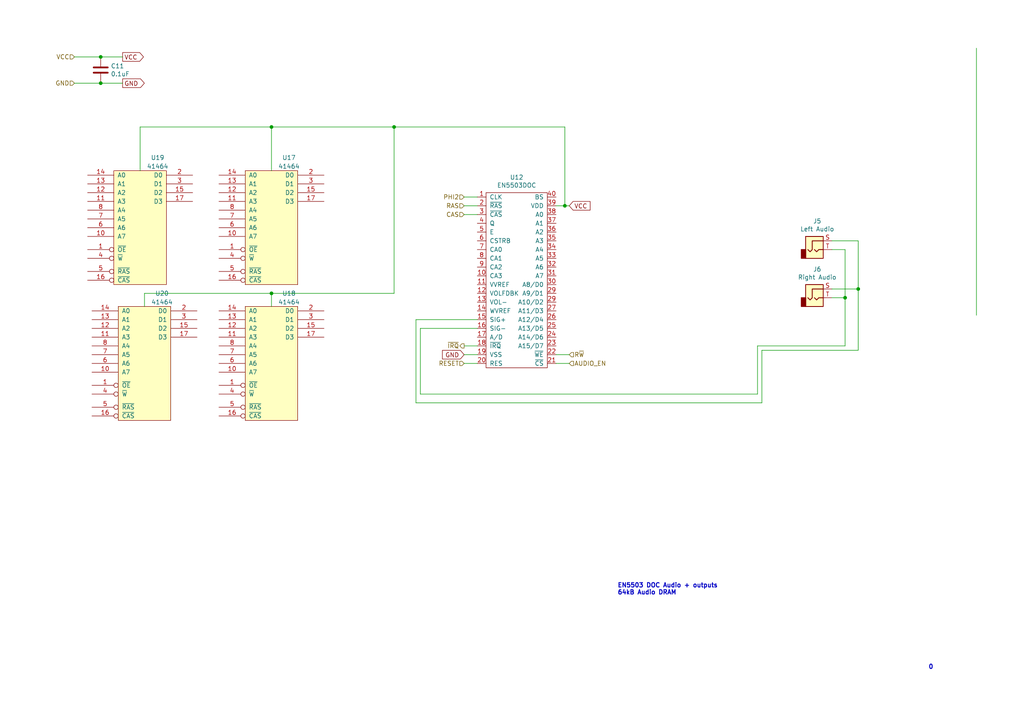
<source format=kicad_sch>
(kicad_sch (version 20231120) (generator "eeschema") (generator_version "8.0")
  (paper "A4")
  (lib_symbols
    (symbol "Device:C" (pin_numbers hide) (pin_names (offset 0.254))
      (property "Reference" "C" (at 0.635 2.54 0))
      (property "Value" "C" (at 0.635 -2.54 0))
      (symbol "C_0_1"
        (polyline (pts (xy -2.032 -0.762) (xy 2.032 -0.762)) (stroke (width 0.508)))
        (polyline (pts (xy -2.032 0.762) (xy 2.032 0.762)) (stroke (width 0.508)))
      )
      (symbol "C_1_1"
        (pin passive line (at 0 3.81 270) (length 2.794) (name "~") (number "1"))
        (pin passive line (at 0 -3.81 90) (length 2.794) (name "~") (number "2"))
      )
    )
    (symbol "Prometheus-rescue:AudioJack2-Connector"
      (property "Reference" "J" (at 0 8.89 0))
      (property "Value" "Connector_AudioJack2" (at 0 6.35 0))
      (symbol "AudioJack2-Connector_0_1"
        (rectangle (start -3.81 0) (end -2.54 -2.54) (stroke (width 0.254)) (fill (type outline)))
        (rectangle (start -2.54 3.81) (end 2.54 -2.54) (stroke (width 0.254)) (fill (type background)))
        (polyline (pts (xy 0 0) (xy 0.635 -0.635) (xy 1.27 0) (xy 2.54 0)) (stroke (width 0.254)))
        (polyline (pts (xy 2.54 2.54) (xy -0.635 2.54) (xy -0.635 0) (xy -1.27 -0.635) (xy -1.905 0)) (stroke (width 0.254)))
      )
      (symbol "AudioJack2-Connector_1_1"
        (pin passive line (at 5.08 2.54 180) (length 2.54) (name "~") (number "S"))
        (pin passive line (at 5.08 0 180) (length 2.54) (name "~") (number "T"))
      )
    )
    (symbol "dram:41464" (pin_names (offset 1.016))
      (property "Reference" "U?" (at 0 28.7274 0))
      (property "Value" "41464" (at 0 26.416 0))
      (symbol "41464_0_0"
        (pin power_in line (at 0 -8.89 90) (length 1.27) hide (name "GND") (number "18"))
        (pin power_in line (at 0 24.13 270) (length 1.27) hide (name "VCC") (number "9"))
      )
      (symbol "41464_0_1"
        (rectangle (start -7.62 24.13) (end 7.62 -8.89) (fill (type background)))
      )
      (symbol "41464_1_1"
        (pin input inverted (at -15.24 1.27 0) (length 7.62) (name "~{OE}") (number "1"))
        (pin input line (at -15.24 5.08 0) (length 7.62) (name "A7") (number "10"))
        (pin input line (at -15.24 15.24 0) (length 7.62) (name "A3") (number "11"))
        (pin input line (at -15.24 17.78 0) (length 7.62) (name "A2") (number "12"))
        (pin input line (at -15.24 20.32 0) (length 7.62) (name "A1") (number "13"))
        (pin input line (at -15.24 22.86 0) (length 7.62) (name "A0") (number "14"))
        (pin tri_state line (at 15.24 17.78 180) (length 7.62) (name "D2") (number "15"))
        (pin input inverted (at -15.24 -7.62 0) (length 7.62) (name "~{CAS}") (number "16"))
        (pin tri_state line (at 15.24 15.24 180) (length 7.62) (name "D3") (number "17"))
        (pin tri_state line (at 15.24 22.86 180) (length 7.62) (name "D0") (number "2"))
        (pin tri_state line (at 15.24 20.32 180) (length 7.62) (name "D1") (number "3"))
        (pin input inverted (at -15.24 -1.27 0) (length 7.62) (name "~{W}") (number "4"))
        (pin input inverted (at -15.24 -5.08 0) (length 7.62) (name "~{RAS}") (number "5"))
        (pin input line (at -15.24 7.62 0) (length 7.62) (name "A6") (number "6"))
        (pin input line (at -15.24 10.16 0) (length 7.62) (name "A5") (number "7"))
        (pin input line (at -15.24 12.7 0) (length 7.62) (name "A4") (number "8"))
      )
    )
    (symbol "prometh_custom:EN5503DOC" (pin_names (offset 1.016))
      (property "Reference" "U" (at 0 2.54 0))
      (property "Value" "EN5503DOC" (at 0 -53.34 0))
      (symbol "EN5503DOC_0_1"
        (rectangle (start -8.89 -1.27) (end 8.89 -52.07))
      )
      (symbol "EN5503DOC_1_1"
        (pin input line (at -11.43 -2.54 0) (length 2.54) (name "CLK") (number "1"))
        (pin output line (at -11.43 -25.4 0) (length 2.54) (name "CA3") (number "10"))
        (pin input line (at -11.43 -27.94 0) (length 2.54) (name "VVREF") (number "11"))
        (pin output line (at -11.43 -30.48 0) (length 2.54) (name "VOLFDBK") (number "12"))
        (pin input line (at -11.43 -33.02 0) (length 2.54) (name "VOL-") (number "13"))
        (pin input line (at -11.43 -35.56 0) (length 2.54) (name "WVREF") (number "14"))
        (pin output line (at -11.43 -38.1 0) (length 2.54) (name "SIG+") (number "15"))
        (pin output line (at -11.43 -40.64 0) (length 2.54) (name "SIG-") (number "16"))
        (pin input line (at -11.43 -43.18 0) (length 2.54) (name "A/D") (number "17"))
        (pin output line (at -11.43 -45.72 0) (length 2.54) (name "~{IRQ}") (number "18"))
        (pin power_in line (at -11.43 -48.26 0) (length 2.54) (name "VSS") (number "19"))
        (pin output line (at -11.43 -5.08 0) (length 2.54) (name "~{RAS}") (number "2"))
        (pin input line (at -11.43 -50.8 0) (length 2.54) (name "RES") (number "20"))
        (pin input line (at 11.43 -50.8 180) (length 2.54) (name "~{CS}") (number "21"))
        (pin input line (at 11.43 -48.26 180) (length 2.54) (name "~{WE}") (number "22"))
        (pin bidirectional line (at 11.43 -45.72 180) (length 2.54) (name "A15/D7") (number "23"))
        (pin bidirectional line (at 11.43 -43.18 180) (length 2.54) (name "A14/D6") (number "24"))
        (pin bidirectional line (at 11.43 -40.64 180) (length 2.54) (name "A13/D5") (number "25"))
        (pin bidirectional line (at 11.43 -38.1 180) (length 2.54) (name "A12/D4") (number "26"))
        (pin bidirectional line (at 11.43 -35.56 180) (length 2.54) (name "A11/D3") (number "27"))
        (pin bidirectional line (at 11.43 -33.02 180) (length 2.54) (name "A10/D2") (number "29"))
        (pin bidirectional line (at 11.43 -30.48 180) (length 2.54) (name "A9/D1") (number "29"))
        (pin output line (at -11.43 -7.62 0) (length 2.54) (name "~{CAS}") (number "3"))
        (pin bidirectional line (at 11.43 -27.94 180) (length 2.54) (name "A8/D0") (number "30"))
        (pin bidirectional line (at 11.43 -25.4 180) (length 2.54) (name "A7") (number "31"))
        (pin bidirectional line (at 11.43 -22.86 180) (length 2.54) (name "A6") (number "32"))
        (pin bidirectional line (at 11.43 -20.32 180) (length 2.54) (name "A5") (number "33"))
        (pin bidirectional line (at 11.43 -17.78 180) (length 2.54) (name "A4") (number "34"))
        (pin bidirectional line (at 11.43 -15.24 180) (length 2.54) (name "A3") (number "35"))
        (pin bidirectional line (at 11.43 -12.7 180) (length 2.54) (name "A2") (number "36"))
        (pin bidirectional line (at 11.43 -10.16 180) (length 2.54) (name "A1") (number "37"))
        (pin bidirectional line (at 11.43 -7.62 180) (length 2.54) (name "A0") (number "38"))
        (pin power_in line (at 11.43 -5.08 180) (length 2.54) (name "VDD") (number "39"))
        (pin output line (at -11.43 -10.16 0) (length 2.54) (name "Q") (number "4"))
        (pin output line (at 11.43 -2.54 180) (length 2.54) (name "BS") (number "40"))
        (pin output line (at -11.43 -12.7 0) (length 2.54) (name "E") (number "5"))
        (pin output line (at -11.43 -15.24 0) (length 2.54) (name "CSTRB") (number "6"))
        (pin output line (at -11.43 -17.78 0) (length 2.54) (name "CA0") (number "7"))
        (pin output line (at -11.43 -20.32 0) (length 2.54) (name "CA1") (number "8"))
        (pin output line (at -11.43 -22.86 0) (length 2.54) (name "CA2") (number "9"))
      )
    )
  )
  (junction (at 245.11 86.36))
  (junction (at 78.74 36.83))
  (junction (at 78.74 85.09))
  (junction (at 29.21 24.13))
  (junction (at 248.92 83.82))
  (junction (at 163.83 59.69))
  (junction (at 29.21 16.51))
  (junction (at 114.3 36.83))
  (wire (pts (xy 219.71 100.33) (xy 245.11 100.33)))
  (wire (pts (xy 138.43 105.41) (xy 134.62 105.41)))
  (wire (pts (xy 114.3 85.09) (xy 114.3 36.83)))
  (wire (pts (xy 138.43 59.69) (xy 134.62 59.69)))
  (wire (pts (xy 78.74 85.09) (xy 114.3 85.09)))
  (wire (pts (xy 138.43 102.87) (xy 134.62 102.87)))
  (wire (pts (xy 161.29 102.87) (xy 165.1 102.87)))
  (wire (pts (xy 78.74 36.83) (xy 40.64 36.83)))
  (wire (pts (xy 138.43 57.15) (xy 134.62 57.15)))
  (wire (pts (xy 220.98 116.84) (xy 220.98 101.6)))
  (wire (pts (xy 220.98 101.6) (xy 248.92 101.6)))
  (wire (pts (xy 241.3 69.85) (xy 248.92 69.85)))
  (wire (pts (xy 163.83 36.83) (xy 114.3 36.83)))
  (wire (pts (xy 241.3 72.39) (xy 245.11 72.39)))
  (wire (pts (xy 120.65 116.84) (xy 220.98 116.84)))
  (wire (pts (xy 78.74 85.09) (xy 78.74 88.9)))
  (wire (pts (xy 120.65 92.71) (xy 120.65 116.84)))
  (wire (pts (xy 248.92 101.6) (xy 248.92 83.82)))
  (wire (pts (xy 138.43 95.25) (xy 121.92 95.25)))
  (wire (pts (xy 138.43 100.33) (xy 134.62 100.33)))
  (wire (pts (xy 248.92 83.82) (xy 241.3 83.82)))
  (wire (pts (xy 161.29 59.69) (xy 163.83 59.69)))
  (wire (pts (xy 21.59 16.51) (xy 29.21 16.51)))
  (wire (pts (xy 121.92 114.3) (xy 219.71 114.3)))
  (wire (pts (xy 40.64 36.83) (xy 40.64 49.53)))
  (wire (pts (xy 283.21 91.44) (xy 283.21 13.97)))
  (wire (pts (xy 41.91 85.09) (xy 78.74 85.09)))
  (wire (pts (xy 163.83 59.69) (xy 163.83 36.83)))
  (wire (pts (xy 121.92 95.25) (xy 121.92 114.3)))
  (wire (pts (xy 245.11 100.33) (xy 245.11 86.36)))
  (wire (pts (xy 21.59 24.13) (xy 29.21 24.13)))
  (wire (pts (xy 78.74 36.83) (xy 78.74 49.53)))
  (wire (pts (xy 245.11 86.36) (xy 241.3 86.36)))
  (wire (pts (xy 29.21 24.13) (xy 35.56 24.13)))
  (wire (pts (xy 245.11 72.39) (xy 245.11 86.36)))
  (wire (pts (xy 138.43 62.23) (xy 134.62 62.23)))
  (wire (pts (xy 29.21 16.51) (xy 35.56 16.51)))
  (wire (pts (xy 248.92 69.85) (xy 248.92 83.82)))
  (wire (pts (xy 138.43 92.71) (xy 120.65 92.71)))
  (wire (pts (xy 163.83 59.69) (xy 165.1 59.69)))
  (wire (pts (xy 78.74 36.83) (xy 114.3 36.83)))
  (wire (pts (xy 161.29 105.41) (xy 165.1 105.41)))
  (wire (pts (xy 41.91 88.9) (xy 41.91 85.09)))
  (wire (pts (xy 219.71 114.3) (xy 219.71 100.33)))
  (text "0" (at 269.24 194.31 0) (effects (font (size 1.27 1.27) (thickness 0.254) (bold yes)) (justify left bottom)))
  (text "EN5503 DOC Audio + outputs\n64kB Audio DRAM\n" (at 179.07 172.72 0) (effects (font (size 1.27 1.27) (thickness 0.254) (bold yes)) (justify left bottom)))
  (global_label "GND" (shape output) (at 35.56 24.13 0) (property "Intersheetrefs" "${INTERSHEET_REFS}" (effects (hide yes))))
  (global_label "VCC" (shape input) (at 165.1 59.69 0) (property "Intersheetrefs" "${INTERSHEET_REFS}" (effects (hide yes))))
  (global_label "VCC" (shape output) (at 35.56 16.51 0) (property "Intersheetrefs" "${INTERSHEET_REFS}" (effects (hide yes))))
  (global_label "GND" (shape input) (at 134.62 102.87 180) (property "Intersheetrefs" "${INTERSHEET_REFS}" (effects (hide yes))))
  (hierarchical_label "R~{W}" (shape input) (at 165.1 102.87 0))
  (hierarchical_label "AUDIO_EN" (shape input) (at 165.1 105.41 0))
  (hierarchical_label "VCC" (shape input) (at 21.59 16.51 180))
  (hierarchical_label "~{IRQ}" (shape output) (at 134.62 100.33 180))
  (hierarchical_label "RESET" (shape input) (at 134.62 105.41 180))
  (hierarchical_label "GND" (shape input) (at 21.59 24.13 180))
  (hierarchical_label "CAS" (shape input) (at 134.62 62.23 180))
  (hierarchical_label "RAS" (shape input) (at 134.62 59.69 180))
  (hierarchical_label "PHI2" (shape input) (at 134.62 57.15 180))
  (symbol (lib_id "prometh_custom:EN5503DOC") (at 149.86 54.61 0) (unit 1)
    (property "Reference" "U12" (at 149.86 51.435 0))
    (property "Value" "EN5503DOC" (at 149.86 53.7464 0))
    (property "Footprint" "Package_DIP:DIP-40_W15.24mm" (effects (hide yes)))
    (instances (project "" (path "" (reference "U12") (unit 1)) (path "" (reference "U11") (unit 1)) (path "" (reference "U12") (unit 1))))
  )
  (symbol (lib_id "Prometheus-rescue:AudioJack2-Connector") (at 236.22 72.39 0) (unit 1)
    (property "Reference" "J5" (at 237.0328 64.135 0))
    (property "Value" "Left Audio" (at 237.0328 66.4464 0))
    (property "Footprint" "Connector:RCA" (effects (hide yes)))
  )
  (symbol (lib_id "Prometheus-rescue:AudioJack2-Connector") (at 236.22 86.36 0) (unit 1)
    (property "Reference" "J6" (at 237.0328 78.105 0))
    (property "Value" "Right Audio" (at 237.0328 80.4164 0))
    (property "Footprint" "Connector:RCA" (effects (hide yes)))
  )
  (symbol (lib_id "Device:C") (at 29.21 20.32 0) (unit 1)
    (property "Reference" "C11" (at 32.131 19.1516 0) (effects (justify left)))
    (property "Value" "0.1uF" (at 32.131 21.463 0) (effects (justify left)))
    (property "Footprint" "Capacitor_THT:CP_Radial_D4.0mm_P1.50mm" (effects (hide yes)))
  )
  (symbol (lib_id "dram:41464") (at 40.64 73.66 0) (unit 1)
    (property "Reference" "U19" (at 45.72 45.7231 0))
    (property "Value" "41464" (at 45.72 48.26 0))
    (property "Footprint" "Package_DIP:DIP-18_W7.62mm_Socket" (effects (hide yes)))
    (property "Datasheet" "https://downloads.reactivemicro.com/Electronics/DRAM/NEC%20D41464%2064k%20x%204bit%20DRAM%20Data%20Sheet.pdf" (effects (hide yes)))
    (property "Description" "64Kx4 DRAM" (effects (hide yes)))
    (property "Package" "DIP-18" (effects (hide yes)))
    (property "MPN" "41464" (effects (hide yes)))
    (property "Inv_ID" "56" (effects (hide yes)))
  )
  (symbol (lib_id "dram:41464") (at 78.74 113.03 0) (unit 1)
    (property "Reference" "U18" (at 83.82 85.0931 0))
    (property "Value" "41464" (at 83.82 87.63 0))
    (property "Footprint" "Package_DIP:DIP-18_W7.62mm_Socket" (effects (hide yes)))
    (property "Datasheet" "https://downloads.reactivemicro.com/Electronics/DRAM/NEC%20D41464%2064k%20x%204bit%20DRAM%20Data%20Sheet.pdf" (effects (hide yes)))
    (property "Description" "64Kx4 DRAM" (effects (hide yes)))
    (property "Package" "DIP-18" (effects (hide yes)))
    (property "MPN" "41464" (effects (hide yes)))
    (property "Inv_ID" "56" (effects (hide yes)))
  )
  (symbol (lib_id "dram:41464") (at 41.91 113.03 0) (unit 1)
    (property "Reference" "U20" (at 46.99 85.0931 0))
    (property "Value" "41464" (at 46.99 87.63 0))
    (property "Footprint" "Package_DIP:DIP-18_W7.62mm_Socket" (effects (hide yes)))
    (property "Datasheet" "https://downloads.reactivemicro.com/Electronics/DRAM/NEC%20D41464%2064k%20x%204bit%20DRAM%20Data%20Sheet.pdf" (effects (hide yes)))
    (property "Description" "64Kx4 DRAM" (effects (hide yes)))
    (property "Package" "DIP-18" (effects (hide yes)))
    (property "MPN" "41464" (effects (hide yes)))
    (property "Inv_ID" "56" (effects (hide yes)))
  )
  (symbol (lib_id "dram:41464") (at 78.74 73.66 0) (unit 1)
    (property "Reference" "U17" (at 83.82 45.7231 0))
    (property "Value" "41464" (at 83.82 48.26 0))
    (property "Footprint" "Package_DIP:DIP-18_W7.62mm_Socket" (effects (hide yes)))
    (property "Datasheet" "https://downloads.reactivemicro.com/Electronics/DRAM/NEC%20D41464%2064k%20x%204bit%20DRAM%20Data%20Sheet.pdf" (effects (hide yes)))
    (property "Description" "64Kx4 DRAM" (effects (hide yes)))
    (property "Package" "DIP-18" (effects (hide yes)))
    (property "MPN" "41464" (effects (hide yes)))
    (property "Inv_ID" "56" (effects (hide yes)))
  )
)
</source>
